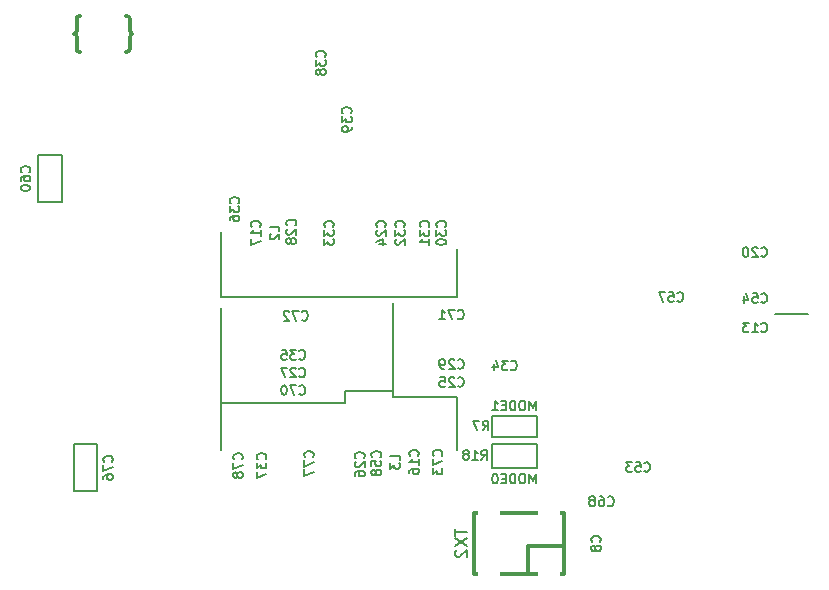
<source format=gbo>
G04 (created by PCBNEW-RS274X (2012-01-19 BZR 3256)-stable) date 2012/07/23 17:39:25*
G01*
G70*
G90*
%MOIN*%
G04 Gerber Fmt 3.4, Leading zero omitted, Abs format*
%FSLAX34Y34*%
G04 APERTURE LIST*
%ADD10C,0.006000*%
%ADD11C,0.007900*%
%ADD12C,0.006300*%
%ADD13C,0.007100*%
%ADD14C,0.011800*%
%ADD15C,0.150800*%
%ADD16C,0.099200*%
%ADD17R,0.124800X0.124800*%
%ADD18R,0.213300X0.252800*%
%ADD19C,0.237000*%
%ADD20R,0.060800X0.060800*%
%ADD21C,0.060800*%
%ADD22C,0.075600*%
%ADD23C,0.044100*%
%ADD24R,0.071700X0.090800*%
%ADD25R,0.032300X0.040200*%
%ADD26R,0.040200X0.032300*%
G04 APERTURE END LIST*
G54D10*
G54D11*
X28898Y-10236D02*
X30000Y-10236D01*
X20945Y-14331D02*
X19449Y-14331D01*
X20945Y-13622D02*
X20945Y-14331D01*
X19449Y-13622D02*
X20945Y-13622D01*
X19449Y-14331D02*
X19449Y-13622D01*
X19449Y-15354D02*
X19528Y-15354D01*
X19449Y-14567D02*
X19449Y-15354D01*
X19528Y-14567D02*
X19449Y-14567D01*
X20945Y-14567D02*
X19528Y-14567D01*
X20945Y-15354D02*
X20945Y-14567D01*
X19528Y-15354D02*
X20945Y-15354D01*
X04331Y-06496D02*
X04331Y-04921D01*
X05118Y-06496D02*
X04331Y-06496D01*
X05118Y-04921D02*
X05118Y-06496D01*
X04331Y-04921D02*
X05118Y-04921D01*
X06299Y-14567D02*
X06299Y-16142D01*
X05512Y-14567D02*
X06299Y-14567D01*
X05512Y-16142D02*
X05512Y-14567D01*
X06299Y-16142D02*
X05512Y-16142D01*
X18307Y-12992D02*
X18307Y-13386D01*
X17717Y-12992D02*
X18307Y-12992D01*
X14567Y-12795D02*
X16142Y-12795D01*
X14567Y-13189D02*
X14567Y-12795D01*
X12205Y-13189D02*
X14567Y-13189D01*
X18307Y-13386D02*
X18307Y-14764D01*
X10433Y-13189D02*
X10433Y-14764D01*
X16142Y-12992D02*
X17717Y-12992D01*
X16142Y-09843D02*
X16142Y-12992D01*
X10433Y-13189D02*
X12205Y-13189D01*
X10433Y-10039D02*
X10433Y-13189D01*
X18307Y-09646D02*
X18307Y-08071D01*
X10433Y-09646D02*
X18307Y-09646D01*
X10433Y-07480D02*
X10433Y-09646D01*
G54D12*
X20917Y-15875D02*
X20917Y-15560D01*
X20812Y-15785D01*
X20707Y-15560D01*
X20707Y-15875D01*
X20497Y-15560D02*
X20437Y-15560D01*
X20407Y-15575D01*
X20377Y-15605D01*
X20362Y-15665D01*
X20362Y-15770D01*
X20377Y-15830D01*
X20407Y-15860D01*
X20437Y-15875D01*
X20497Y-15875D01*
X20527Y-15860D01*
X20557Y-15830D01*
X20572Y-15770D01*
X20572Y-15665D01*
X20557Y-15605D01*
X20527Y-15575D01*
X20497Y-15560D01*
X20227Y-15875D02*
X20227Y-15560D01*
X20152Y-15560D01*
X20107Y-15575D01*
X20077Y-15605D01*
X20062Y-15635D01*
X20047Y-15695D01*
X20047Y-15740D01*
X20062Y-15800D01*
X20077Y-15830D01*
X20107Y-15860D01*
X20152Y-15875D01*
X20227Y-15875D01*
X19912Y-15710D02*
X19807Y-15710D01*
X19762Y-15875D02*
X19912Y-15875D01*
X19912Y-15560D01*
X19762Y-15560D01*
X19567Y-15560D02*
X19537Y-15560D01*
X19507Y-15575D01*
X19492Y-15590D01*
X19477Y-15620D01*
X19462Y-15680D01*
X19462Y-15755D01*
X19477Y-15815D01*
X19492Y-15845D01*
X19507Y-15860D01*
X19537Y-15875D01*
X19567Y-15875D01*
X19597Y-15860D01*
X19612Y-15845D01*
X19627Y-15815D01*
X19642Y-15755D01*
X19642Y-15680D01*
X19627Y-15620D01*
X19612Y-15590D01*
X19597Y-15575D01*
X19567Y-15560D01*
G54D13*
X20917Y-13434D02*
X20917Y-13119D01*
X20812Y-13344D01*
X20707Y-13119D01*
X20707Y-13434D01*
X20497Y-13119D02*
X20437Y-13119D01*
X20407Y-13134D01*
X20377Y-13164D01*
X20362Y-13224D01*
X20362Y-13329D01*
X20377Y-13389D01*
X20407Y-13419D01*
X20437Y-13434D01*
X20497Y-13434D01*
X20527Y-13419D01*
X20557Y-13389D01*
X20572Y-13329D01*
X20572Y-13224D01*
X20557Y-13164D01*
X20527Y-13134D01*
X20497Y-13119D01*
X20227Y-13434D02*
X20227Y-13119D01*
X20152Y-13119D01*
X20107Y-13134D01*
X20077Y-13164D01*
X20062Y-13194D01*
X20047Y-13254D01*
X20047Y-13299D01*
X20062Y-13359D01*
X20077Y-13389D01*
X20107Y-13419D01*
X20152Y-13434D01*
X20227Y-13434D01*
X19912Y-13269D02*
X19807Y-13269D01*
X19762Y-13434D02*
X19912Y-13434D01*
X19912Y-13119D01*
X19762Y-13119D01*
X19462Y-13434D02*
X19642Y-13434D01*
X19552Y-13434D02*
X19552Y-13119D01*
X19582Y-13164D01*
X19612Y-13194D01*
X19642Y-13209D01*
G54D14*
X07267Y-01484D02*
X07295Y-01484D01*
X07352Y-01446D01*
X07381Y-01371D01*
X07381Y-00997D01*
X07410Y-00922D01*
X07467Y-00884D01*
X07410Y-00847D01*
X07381Y-00772D01*
X07381Y-00397D01*
X07352Y-00322D01*
X07295Y-00285D01*
X07267Y-00285D01*
X05724Y-01484D02*
X05696Y-01484D01*
X05639Y-01446D01*
X05610Y-01371D01*
X05610Y-00997D01*
X05581Y-00922D01*
X05524Y-00884D01*
X05581Y-00847D01*
X05610Y-00772D01*
X05610Y-00397D01*
X05639Y-00322D01*
X05696Y-00285D01*
X05724Y-00285D01*
X21854Y-17974D02*
X20654Y-17974D01*
X20654Y-17974D02*
X20654Y-18874D01*
X21850Y-18898D02*
X18858Y-18898D01*
X21850Y-16850D02*
X18858Y-16850D01*
X18858Y-16850D02*
X18858Y-18898D01*
X21850Y-16850D02*
X21850Y-18898D01*
G54D11*
X18230Y-17387D02*
X18230Y-17612D01*
X18624Y-17499D02*
X18230Y-17499D01*
X18230Y-17705D02*
X18624Y-17968D01*
X18230Y-17968D02*
X18624Y-17705D01*
X18268Y-18099D02*
X18249Y-18118D01*
X18230Y-18155D01*
X18230Y-18249D01*
X18249Y-18287D01*
X18268Y-18305D01*
X18306Y-18324D01*
X18343Y-18324D01*
X18399Y-18305D01*
X18624Y-18080D01*
X18624Y-18324D01*
G54D12*
X23051Y-17821D02*
X23066Y-17806D01*
X23082Y-17760D01*
X23082Y-17730D01*
X23066Y-17685D01*
X23036Y-17654D01*
X23006Y-17639D01*
X22945Y-17624D01*
X22899Y-17624D01*
X22839Y-17639D01*
X22808Y-17654D01*
X22778Y-17685D01*
X22763Y-17730D01*
X22763Y-17760D01*
X22778Y-17806D01*
X22793Y-17821D01*
X22899Y-18004D02*
X22884Y-17973D01*
X22869Y-17958D01*
X22839Y-17943D01*
X22823Y-17943D01*
X22793Y-17958D01*
X22778Y-17973D01*
X22763Y-18004D01*
X22763Y-18064D01*
X22778Y-18095D01*
X22793Y-18110D01*
X22823Y-18125D01*
X22839Y-18125D01*
X22869Y-18110D01*
X22884Y-18095D01*
X22899Y-18064D01*
X22899Y-18004D01*
X22915Y-17973D01*
X22930Y-17958D01*
X22960Y-17943D01*
X23021Y-17943D01*
X23051Y-17958D01*
X23066Y-17973D01*
X23082Y-18004D01*
X23082Y-18064D01*
X23066Y-18095D01*
X23051Y-18110D01*
X23021Y-18125D01*
X22960Y-18125D01*
X22930Y-18110D01*
X22915Y-18095D01*
X22899Y-18064D01*
X11122Y-15071D02*
X11137Y-15056D01*
X11153Y-15010D01*
X11153Y-14980D01*
X11137Y-14935D01*
X11107Y-14904D01*
X11077Y-14889D01*
X11016Y-14874D01*
X10970Y-14874D01*
X10910Y-14889D01*
X10879Y-14904D01*
X10849Y-14935D01*
X10834Y-14980D01*
X10834Y-15010D01*
X10849Y-15056D01*
X10864Y-15071D01*
X10834Y-15178D02*
X10834Y-15390D01*
X11153Y-15254D01*
X10970Y-15558D02*
X10955Y-15527D01*
X10940Y-15512D01*
X10910Y-15497D01*
X10894Y-15497D01*
X10864Y-15512D01*
X10849Y-15527D01*
X10834Y-15558D01*
X10834Y-15618D01*
X10849Y-15649D01*
X10864Y-15664D01*
X10894Y-15679D01*
X10910Y-15679D01*
X10940Y-15664D01*
X10955Y-15649D01*
X10970Y-15618D01*
X10970Y-15558D01*
X10986Y-15527D01*
X11001Y-15512D01*
X11031Y-15497D01*
X11092Y-15497D01*
X11122Y-15512D01*
X11137Y-15527D01*
X11153Y-15558D01*
X11153Y-15618D01*
X11137Y-15649D01*
X11122Y-15664D01*
X11092Y-15679D01*
X11031Y-15679D01*
X11001Y-15664D01*
X10986Y-15649D01*
X10970Y-15618D01*
X13484Y-14992D02*
X13499Y-14977D01*
X13515Y-14931D01*
X13515Y-14901D01*
X13499Y-14856D01*
X13469Y-14825D01*
X13439Y-14810D01*
X13378Y-14795D01*
X13332Y-14795D01*
X13272Y-14810D01*
X13241Y-14825D01*
X13211Y-14856D01*
X13196Y-14901D01*
X13196Y-14931D01*
X13211Y-14977D01*
X13226Y-14992D01*
X13196Y-15099D02*
X13196Y-15311D01*
X13515Y-15175D01*
X13196Y-15403D02*
X13196Y-15615D01*
X13515Y-15479D01*
X06791Y-15149D02*
X06806Y-15134D01*
X06822Y-15088D01*
X06822Y-15058D01*
X06806Y-15013D01*
X06776Y-14982D01*
X06746Y-14967D01*
X06685Y-14952D01*
X06639Y-14952D01*
X06579Y-14967D01*
X06548Y-14982D01*
X06518Y-15013D01*
X06503Y-15058D01*
X06503Y-15088D01*
X06518Y-15134D01*
X06533Y-15149D01*
X06503Y-15256D02*
X06503Y-15468D01*
X06822Y-15332D01*
X06503Y-15727D02*
X06503Y-15666D01*
X06518Y-15636D01*
X06533Y-15620D01*
X06579Y-15590D01*
X06639Y-15575D01*
X06761Y-15575D01*
X06791Y-15590D01*
X06806Y-15605D01*
X06822Y-15636D01*
X06822Y-15696D01*
X06806Y-15727D01*
X06791Y-15742D01*
X06761Y-15757D01*
X06685Y-15757D01*
X06655Y-15742D01*
X06639Y-15727D01*
X06624Y-15696D01*
X06624Y-15636D01*
X06639Y-15605D01*
X06655Y-15590D01*
X06685Y-15575D01*
X17775Y-14952D02*
X17790Y-14937D01*
X17806Y-14891D01*
X17806Y-14861D01*
X17790Y-14816D01*
X17760Y-14785D01*
X17730Y-14770D01*
X17669Y-14755D01*
X17623Y-14755D01*
X17563Y-14770D01*
X17532Y-14785D01*
X17502Y-14816D01*
X17487Y-14861D01*
X17487Y-14891D01*
X17502Y-14937D01*
X17517Y-14952D01*
X17487Y-15059D02*
X17487Y-15271D01*
X17806Y-15135D01*
X17487Y-15363D02*
X17487Y-15560D01*
X17608Y-15454D01*
X17608Y-15499D01*
X17623Y-15530D01*
X17639Y-15545D01*
X17669Y-15560D01*
X17745Y-15560D01*
X17775Y-15545D01*
X17790Y-15530D01*
X17806Y-15499D01*
X17806Y-15408D01*
X17790Y-15378D01*
X17775Y-15363D01*
X13118Y-10413D02*
X13133Y-10428D01*
X13179Y-10444D01*
X13209Y-10444D01*
X13254Y-10428D01*
X13285Y-10398D01*
X13300Y-10368D01*
X13315Y-10307D01*
X13315Y-10261D01*
X13300Y-10201D01*
X13285Y-10170D01*
X13254Y-10140D01*
X13209Y-10125D01*
X13179Y-10125D01*
X13133Y-10140D01*
X13118Y-10155D01*
X13011Y-10125D02*
X12799Y-10125D01*
X12935Y-10444D01*
X12692Y-10155D02*
X12677Y-10140D01*
X12647Y-10125D01*
X12571Y-10125D01*
X12540Y-10140D01*
X12525Y-10155D01*
X12510Y-10185D01*
X12510Y-10216D01*
X12525Y-10261D01*
X12707Y-10444D01*
X12510Y-10444D01*
X18315Y-10374D02*
X18330Y-10389D01*
X18376Y-10405D01*
X18406Y-10405D01*
X18451Y-10389D01*
X18482Y-10359D01*
X18497Y-10329D01*
X18512Y-10268D01*
X18512Y-10222D01*
X18497Y-10162D01*
X18482Y-10131D01*
X18451Y-10101D01*
X18406Y-10086D01*
X18376Y-10086D01*
X18330Y-10101D01*
X18315Y-10116D01*
X18208Y-10086D02*
X17996Y-10086D01*
X18132Y-10405D01*
X17707Y-10405D02*
X17889Y-10405D01*
X17798Y-10405D02*
X17798Y-10086D01*
X17828Y-10131D01*
X17859Y-10162D01*
X17889Y-10177D01*
X13040Y-12893D02*
X13055Y-12908D01*
X13101Y-12924D01*
X13131Y-12924D01*
X13176Y-12908D01*
X13207Y-12878D01*
X13222Y-12848D01*
X13237Y-12787D01*
X13237Y-12741D01*
X13222Y-12681D01*
X13207Y-12650D01*
X13176Y-12620D01*
X13131Y-12605D01*
X13101Y-12605D01*
X13055Y-12620D01*
X13040Y-12635D01*
X12933Y-12605D02*
X12721Y-12605D01*
X12857Y-12924D01*
X12538Y-12605D02*
X12508Y-12605D01*
X12478Y-12620D01*
X12462Y-12635D01*
X12447Y-12665D01*
X12432Y-12726D01*
X12432Y-12802D01*
X12447Y-12863D01*
X12462Y-12893D01*
X12478Y-12908D01*
X12508Y-12924D01*
X12538Y-12924D01*
X12569Y-12908D01*
X12584Y-12893D01*
X12599Y-12863D01*
X12614Y-12802D01*
X12614Y-12726D01*
X12599Y-12665D01*
X12584Y-12635D01*
X12569Y-12620D01*
X12538Y-12605D01*
X23315Y-16594D02*
X23330Y-16609D01*
X23376Y-16625D01*
X23406Y-16625D01*
X23451Y-16609D01*
X23482Y-16579D01*
X23497Y-16549D01*
X23512Y-16488D01*
X23512Y-16442D01*
X23497Y-16382D01*
X23482Y-16351D01*
X23451Y-16321D01*
X23406Y-16306D01*
X23376Y-16306D01*
X23330Y-16321D01*
X23315Y-16336D01*
X23041Y-16306D02*
X23102Y-16306D01*
X23132Y-16321D01*
X23148Y-16336D01*
X23178Y-16382D01*
X23193Y-16442D01*
X23193Y-16564D01*
X23178Y-16594D01*
X23163Y-16609D01*
X23132Y-16625D01*
X23072Y-16625D01*
X23041Y-16609D01*
X23026Y-16594D01*
X23011Y-16564D01*
X23011Y-16488D01*
X23026Y-16458D01*
X23041Y-16442D01*
X23072Y-16427D01*
X23132Y-16427D01*
X23163Y-16442D01*
X23178Y-16458D01*
X23193Y-16488D01*
X22828Y-16442D02*
X22859Y-16427D01*
X22874Y-16412D01*
X22889Y-16382D01*
X22889Y-16366D01*
X22874Y-16336D01*
X22859Y-16321D01*
X22828Y-16306D01*
X22768Y-16306D01*
X22737Y-16321D01*
X22722Y-16336D01*
X22707Y-16366D01*
X22707Y-16382D01*
X22722Y-16412D01*
X22737Y-16427D01*
X22768Y-16442D01*
X22828Y-16442D01*
X22859Y-16458D01*
X22874Y-16473D01*
X22889Y-16503D01*
X22889Y-16564D01*
X22874Y-16594D01*
X22859Y-16609D01*
X22828Y-16625D01*
X22768Y-16625D01*
X22737Y-16609D01*
X22722Y-16594D01*
X22707Y-16564D01*
X22707Y-16503D01*
X22722Y-16473D01*
X22737Y-16458D01*
X22768Y-16442D01*
X04035Y-05504D02*
X04050Y-05489D01*
X04066Y-05443D01*
X04066Y-05413D01*
X04050Y-05368D01*
X04020Y-05337D01*
X03990Y-05322D01*
X03929Y-05307D01*
X03883Y-05307D01*
X03823Y-05322D01*
X03792Y-05337D01*
X03762Y-05368D01*
X03747Y-05413D01*
X03747Y-05443D01*
X03762Y-05489D01*
X03777Y-05504D01*
X03747Y-05778D02*
X03747Y-05717D01*
X03762Y-05687D01*
X03777Y-05671D01*
X03823Y-05641D01*
X03883Y-05626D01*
X04005Y-05626D01*
X04035Y-05641D01*
X04050Y-05656D01*
X04066Y-05687D01*
X04066Y-05747D01*
X04050Y-05778D01*
X04035Y-05793D01*
X04005Y-05808D01*
X03929Y-05808D01*
X03899Y-05793D01*
X03883Y-05778D01*
X03868Y-05747D01*
X03868Y-05687D01*
X03883Y-05656D01*
X03899Y-05641D01*
X03929Y-05626D01*
X03747Y-06006D02*
X03747Y-06036D01*
X03762Y-06066D01*
X03777Y-06082D01*
X03807Y-06097D01*
X03868Y-06112D01*
X03944Y-06112D01*
X04005Y-06097D01*
X04035Y-06082D01*
X04050Y-06066D01*
X04066Y-06036D01*
X04066Y-06006D01*
X04050Y-05975D01*
X04035Y-05960D01*
X04005Y-05945D01*
X03944Y-05930D01*
X03868Y-05930D01*
X03807Y-05945D01*
X03777Y-05960D01*
X03762Y-05975D01*
X03747Y-06006D01*
X15728Y-14992D02*
X15743Y-14977D01*
X15759Y-14931D01*
X15759Y-14901D01*
X15743Y-14856D01*
X15713Y-14825D01*
X15683Y-14810D01*
X15622Y-14795D01*
X15576Y-14795D01*
X15516Y-14810D01*
X15485Y-14825D01*
X15455Y-14856D01*
X15440Y-14901D01*
X15440Y-14931D01*
X15455Y-14977D01*
X15470Y-14992D01*
X15440Y-15281D02*
X15440Y-15129D01*
X15592Y-15114D01*
X15576Y-15129D01*
X15561Y-15159D01*
X15561Y-15235D01*
X15576Y-15266D01*
X15592Y-15281D01*
X15622Y-15296D01*
X15698Y-15296D01*
X15728Y-15281D01*
X15743Y-15266D01*
X15759Y-15235D01*
X15759Y-15159D01*
X15743Y-15129D01*
X15728Y-15114D01*
X15576Y-15479D02*
X15561Y-15448D01*
X15546Y-15433D01*
X15516Y-15418D01*
X15500Y-15418D01*
X15470Y-15433D01*
X15455Y-15448D01*
X15440Y-15479D01*
X15440Y-15539D01*
X15455Y-15570D01*
X15470Y-15585D01*
X15500Y-15600D01*
X15516Y-15600D01*
X15546Y-15585D01*
X15561Y-15570D01*
X15576Y-15539D01*
X15576Y-15479D01*
X15592Y-15448D01*
X15607Y-15433D01*
X15637Y-15418D01*
X15698Y-15418D01*
X15728Y-15433D01*
X15743Y-15448D01*
X15759Y-15479D01*
X15759Y-15539D01*
X15743Y-15570D01*
X15728Y-15585D01*
X15698Y-15600D01*
X15637Y-15600D01*
X15607Y-15585D01*
X15592Y-15570D01*
X15576Y-15539D01*
X25638Y-09783D02*
X25653Y-09798D01*
X25699Y-09814D01*
X25729Y-09814D01*
X25774Y-09798D01*
X25805Y-09768D01*
X25820Y-09738D01*
X25835Y-09677D01*
X25835Y-09631D01*
X25820Y-09571D01*
X25805Y-09540D01*
X25774Y-09510D01*
X25729Y-09495D01*
X25699Y-09495D01*
X25653Y-09510D01*
X25638Y-09525D01*
X25349Y-09495D02*
X25501Y-09495D01*
X25516Y-09647D01*
X25501Y-09631D01*
X25471Y-09616D01*
X25395Y-09616D01*
X25364Y-09631D01*
X25349Y-09647D01*
X25334Y-09677D01*
X25334Y-09753D01*
X25349Y-09783D01*
X25364Y-09798D01*
X25395Y-09814D01*
X25471Y-09814D01*
X25501Y-09798D01*
X25516Y-09783D01*
X25227Y-09495D02*
X25015Y-09495D01*
X25151Y-09814D01*
X28433Y-09822D02*
X28448Y-09837D01*
X28494Y-09853D01*
X28524Y-09853D01*
X28569Y-09837D01*
X28600Y-09807D01*
X28615Y-09777D01*
X28630Y-09716D01*
X28630Y-09670D01*
X28615Y-09610D01*
X28600Y-09579D01*
X28569Y-09549D01*
X28524Y-09534D01*
X28494Y-09534D01*
X28448Y-09549D01*
X28433Y-09564D01*
X28144Y-09534D02*
X28296Y-09534D01*
X28311Y-09686D01*
X28296Y-09670D01*
X28266Y-09655D01*
X28190Y-09655D01*
X28159Y-09670D01*
X28144Y-09686D01*
X28129Y-09716D01*
X28129Y-09792D01*
X28144Y-09822D01*
X28159Y-09837D01*
X28190Y-09853D01*
X28266Y-09853D01*
X28296Y-09837D01*
X28311Y-09822D01*
X27855Y-09640D02*
X27855Y-09853D01*
X27931Y-09518D02*
X28007Y-09746D01*
X27810Y-09746D01*
X24536Y-15452D02*
X24551Y-15467D01*
X24597Y-15483D01*
X24627Y-15483D01*
X24672Y-15467D01*
X24703Y-15437D01*
X24718Y-15407D01*
X24733Y-15346D01*
X24733Y-15300D01*
X24718Y-15240D01*
X24703Y-15209D01*
X24672Y-15179D01*
X24627Y-15164D01*
X24597Y-15164D01*
X24551Y-15179D01*
X24536Y-15194D01*
X24247Y-15164D02*
X24399Y-15164D01*
X24414Y-15316D01*
X24399Y-15300D01*
X24369Y-15285D01*
X24293Y-15285D01*
X24262Y-15300D01*
X24247Y-15316D01*
X24232Y-15346D01*
X24232Y-15422D01*
X24247Y-15452D01*
X24262Y-15467D01*
X24293Y-15483D01*
X24369Y-15483D01*
X24399Y-15467D01*
X24414Y-15452D01*
X24125Y-15164D02*
X23928Y-15164D01*
X24034Y-15285D01*
X23989Y-15285D01*
X23958Y-15300D01*
X23943Y-15316D01*
X23928Y-15346D01*
X23928Y-15422D01*
X23943Y-15452D01*
X23958Y-15467D01*
X23989Y-15483D01*
X24080Y-15483D01*
X24110Y-15467D01*
X24125Y-15452D01*
X14744Y-03535D02*
X14759Y-03520D01*
X14775Y-03474D01*
X14775Y-03444D01*
X14759Y-03399D01*
X14729Y-03368D01*
X14699Y-03353D01*
X14638Y-03338D01*
X14592Y-03338D01*
X14532Y-03353D01*
X14501Y-03368D01*
X14471Y-03399D01*
X14456Y-03444D01*
X14456Y-03474D01*
X14471Y-03520D01*
X14486Y-03535D01*
X14456Y-03642D02*
X14456Y-03839D01*
X14577Y-03733D01*
X14577Y-03778D01*
X14592Y-03809D01*
X14608Y-03824D01*
X14638Y-03839D01*
X14714Y-03839D01*
X14744Y-03824D01*
X14759Y-03809D01*
X14775Y-03778D01*
X14775Y-03687D01*
X14759Y-03657D01*
X14744Y-03642D01*
X14775Y-03991D02*
X14775Y-04052D01*
X14759Y-04082D01*
X14744Y-04097D01*
X14699Y-04128D01*
X14638Y-04143D01*
X14516Y-04143D01*
X14486Y-04128D01*
X14471Y-04113D01*
X14456Y-04082D01*
X14456Y-04022D01*
X14471Y-03991D01*
X14486Y-03976D01*
X14516Y-03961D01*
X14592Y-03961D01*
X14623Y-03976D01*
X14638Y-03991D01*
X14653Y-04022D01*
X14653Y-04082D01*
X14638Y-04113D01*
X14623Y-04128D01*
X14592Y-04143D01*
X13878Y-01645D02*
X13893Y-01630D01*
X13909Y-01584D01*
X13909Y-01554D01*
X13893Y-01509D01*
X13863Y-01478D01*
X13833Y-01463D01*
X13772Y-01448D01*
X13726Y-01448D01*
X13666Y-01463D01*
X13635Y-01478D01*
X13605Y-01509D01*
X13590Y-01554D01*
X13590Y-01584D01*
X13605Y-01630D01*
X13620Y-01645D01*
X13590Y-01752D02*
X13590Y-01949D01*
X13711Y-01843D01*
X13711Y-01888D01*
X13726Y-01919D01*
X13742Y-01934D01*
X13772Y-01949D01*
X13848Y-01949D01*
X13878Y-01934D01*
X13893Y-01919D01*
X13909Y-01888D01*
X13909Y-01797D01*
X13893Y-01767D01*
X13878Y-01752D01*
X13726Y-02132D02*
X13711Y-02101D01*
X13696Y-02086D01*
X13666Y-02071D01*
X13650Y-02071D01*
X13620Y-02086D01*
X13605Y-02101D01*
X13590Y-02132D01*
X13590Y-02192D01*
X13605Y-02223D01*
X13620Y-02238D01*
X13650Y-02253D01*
X13666Y-02253D01*
X13696Y-02238D01*
X13711Y-02223D01*
X13726Y-02192D01*
X13726Y-02132D01*
X13742Y-02101D01*
X13757Y-02086D01*
X13787Y-02071D01*
X13848Y-02071D01*
X13878Y-02086D01*
X13893Y-02101D01*
X13909Y-02132D01*
X13909Y-02192D01*
X13893Y-02223D01*
X13878Y-02238D01*
X13848Y-02253D01*
X13787Y-02253D01*
X13757Y-02238D01*
X13742Y-02223D01*
X13726Y-02192D01*
X11909Y-15071D02*
X11924Y-15056D01*
X11940Y-15010D01*
X11940Y-14980D01*
X11924Y-14935D01*
X11894Y-14904D01*
X11864Y-14889D01*
X11803Y-14874D01*
X11757Y-14874D01*
X11697Y-14889D01*
X11666Y-14904D01*
X11636Y-14935D01*
X11621Y-14980D01*
X11621Y-15010D01*
X11636Y-15056D01*
X11651Y-15071D01*
X11621Y-15178D02*
X11621Y-15375D01*
X11742Y-15269D01*
X11742Y-15314D01*
X11757Y-15345D01*
X11773Y-15360D01*
X11803Y-15375D01*
X11879Y-15375D01*
X11909Y-15360D01*
X11924Y-15345D01*
X11940Y-15314D01*
X11940Y-15223D01*
X11924Y-15193D01*
X11909Y-15178D01*
X11621Y-15482D02*
X11621Y-15694D01*
X11940Y-15558D01*
X11004Y-06527D02*
X11019Y-06512D01*
X11035Y-06466D01*
X11035Y-06436D01*
X11019Y-06391D01*
X10989Y-06360D01*
X10959Y-06345D01*
X10898Y-06330D01*
X10852Y-06330D01*
X10792Y-06345D01*
X10761Y-06360D01*
X10731Y-06391D01*
X10716Y-06436D01*
X10716Y-06466D01*
X10731Y-06512D01*
X10746Y-06527D01*
X10716Y-06634D02*
X10716Y-06831D01*
X10837Y-06725D01*
X10837Y-06770D01*
X10852Y-06801D01*
X10868Y-06816D01*
X10898Y-06831D01*
X10974Y-06831D01*
X11004Y-06816D01*
X11019Y-06801D01*
X11035Y-06770D01*
X11035Y-06679D01*
X11019Y-06649D01*
X11004Y-06634D01*
X10716Y-07105D02*
X10716Y-07044D01*
X10731Y-07014D01*
X10746Y-06998D01*
X10792Y-06968D01*
X10852Y-06953D01*
X10974Y-06953D01*
X11004Y-06968D01*
X11019Y-06983D01*
X11035Y-07014D01*
X11035Y-07074D01*
X11019Y-07105D01*
X11004Y-07120D01*
X10974Y-07135D01*
X10898Y-07135D01*
X10868Y-07120D01*
X10852Y-07105D01*
X10837Y-07074D01*
X10837Y-07014D01*
X10852Y-06983D01*
X10868Y-06968D01*
X10898Y-06953D01*
X13040Y-11712D02*
X13055Y-11727D01*
X13101Y-11743D01*
X13131Y-11743D01*
X13176Y-11727D01*
X13207Y-11697D01*
X13222Y-11667D01*
X13237Y-11606D01*
X13237Y-11560D01*
X13222Y-11500D01*
X13207Y-11469D01*
X13176Y-11439D01*
X13131Y-11424D01*
X13101Y-11424D01*
X13055Y-11439D01*
X13040Y-11454D01*
X12933Y-11424D02*
X12736Y-11424D01*
X12842Y-11545D01*
X12797Y-11545D01*
X12766Y-11560D01*
X12751Y-11576D01*
X12736Y-11606D01*
X12736Y-11682D01*
X12751Y-11712D01*
X12766Y-11727D01*
X12797Y-11743D01*
X12888Y-11743D01*
X12918Y-11727D01*
X12933Y-11712D01*
X12447Y-11424D02*
X12599Y-11424D01*
X12614Y-11576D01*
X12599Y-11560D01*
X12569Y-11545D01*
X12493Y-11545D01*
X12462Y-11560D01*
X12447Y-11576D01*
X12432Y-11606D01*
X12432Y-11682D01*
X12447Y-11712D01*
X12462Y-11727D01*
X12493Y-11743D01*
X12569Y-11743D01*
X12599Y-11727D01*
X12614Y-11712D01*
X20087Y-12066D02*
X20102Y-12081D01*
X20148Y-12097D01*
X20178Y-12097D01*
X20223Y-12081D01*
X20254Y-12051D01*
X20269Y-12021D01*
X20284Y-11960D01*
X20284Y-11914D01*
X20269Y-11854D01*
X20254Y-11823D01*
X20223Y-11793D01*
X20178Y-11778D01*
X20148Y-11778D01*
X20102Y-11793D01*
X20087Y-11808D01*
X19980Y-11778D02*
X19783Y-11778D01*
X19889Y-11899D01*
X19844Y-11899D01*
X19813Y-11914D01*
X19798Y-11930D01*
X19783Y-11960D01*
X19783Y-12036D01*
X19798Y-12066D01*
X19813Y-12081D01*
X19844Y-12097D01*
X19935Y-12097D01*
X19965Y-12081D01*
X19980Y-12066D01*
X19509Y-11884D02*
X19509Y-12097D01*
X19585Y-11762D02*
X19661Y-11990D01*
X19464Y-11990D01*
X14153Y-07315D02*
X14168Y-07300D01*
X14184Y-07254D01*
X14184Y-07224D01*
X14168Y-07179D01*
X14138Y-07148D01*
X14108Y-07133D01*
X14047Y-07118D01*
X14001Y-07118D01*
X13941Y-07133D01*
X13910Y-07148D01*
X13880Y-07179D01*
X13865Y-07224D01*
X13865Y-07254D01*
X13880Y-07300D01*
X13895Y-07315D01*
X13865Y-07422D02*
X13865Y-07619D01*
X13986Y-07513D01*
X13986Y-07558D01*
X14001Y-07589D01*
X14017Y-07604D01*
X14047Y-07619D01*
X14123Y-07619D01*
X14153Y-07604D01*
X14168Y-07589D01*
X14184Y-07558D01*
X14184Y-07467D01*
X14168Y-07437D01*
X14153Y-07422D01*
X13865Y-07726D02*
X13865Y-07923D01*
X13986Y-07817D01*
X13986Y-07862D01*
X14001Y-07893D01*
X14017Y-07908D01*
X14047Y-07923D01*
X14123Y-07923D01*
X14153Y-07908D01*
X14168Y-07893D01*
X14184Y-07862D01*
X14184Y-07771D01*
X14168Y-07741D01*
X14153Y-07726D01*
X16515Y-07315D02*
X16530Y-07300D01*
X16546Y-07254D01*
X16546Y-07224D01*
X16530Y-07179D01*
X16500Y-07148D01*
X16470Y-07133D01*
X16409Y-07118D01*
X16363Y-07118D01*
X16303Y-07133D01*
X16272Y-07148D01*
X16242Y-07179D01*
X16227Y-07224D01*
X16227Y-07254D01*
X16242Y-07300D01*
X16257Y-07315D01*
X16227Y-07422D02*
X16227Y-07619D01*
X16348Y-07513D01*
X16348Y-07558D01*
X16363Y-07589D01*
X16379Y-07604D01*
X16409Y-07619D01*
X16485Y-07619D01*
X16515Y-07604D01*
X16530Y-07589D01*
X16546Y-07558D01*
X16546Y-07467D01*
X16530Y-07437D01*
X16515Y-07422D01*
X16257Y-07741D02*
X16242Y-07756D01*
X16227Y-07786D01*
X16227Y-07862D01*
X16242Y-07893D01*
X16257Y-07908D01*
X16287Y-07923D01*
X16318Y-07923D01*
X16363Y-07908D01*
X16546Y-07726D01*
X16546Y-07923D01*
X17342Y-07315D02*
X17357Y-07300D01*
X17373Y-07254D01*
X17373Y-07224D01*
X17357Y-07179D01*
X17327Y-07148D01*
X17297Y-07133D01*
X17236Y-07118D01*
X17190Y-07118D01*
X17130Y-07133D01*
X17099Y-07148D01*
X17069Y-07179D01*
X17054Y-07224D01*
X17054Y-07254D01*
X17069Y-07300D01*
X17084Y-07315D01*
X17054Y-07422D02*
X17054Y-07619D01*
X17175Y-07513D01*
X17175Y-07558D01*
X17190Y-07589D01*
X17206Y-07604D01*
X17236Y-07619D01*
X17312Y-07619D01*
X17342Y-07604D01*
X17357Y-07589D01*
X17373Y-07558D01*
X17373Y-07467D01*
X17357Y-07437D01*
X17342Y-07422D01*
X17373Y-07923D02*
X17373Y-07741D01*
X17373Y-07832D02*
X17054Y-07832D01*
X17099Y-07802D01*
X17130Y-07771D01*
X17145Y-07741D01*
X17893Y-07315D02*
X17908Y-07300D01*
X17924Y-07254D01*
X17924Y-07224D01*
X17908Y-07179D01*
X17878Y-07148D01*
X17848Y-07133D01*
X17787Y-07118D01*
X17741Y-07118D01*
X17681Y-07133D01*
X17650Y-07148D01*
X17620Y-07179D01*
X17605Y-07224D01*
X17605Y-07254D01*
X17620Y-07300D01*
X17635Y-07315D01*
X17605Y-07422D02*
X17605Y-07619D01*
X17726Y-07513D01*
X17726Y-07558D01*
X17741Y-07589D01*
X17757Y-07604D01*
X17787Y-07619D01*
X17863Y-07619D01*
X17893Y-07604D01*
X17908Y-07589D01*
X17924Y-07558D01*
X17924Y-07467D01*
X17908Y-07437D01*
X17893Y-07422D01*
X17605Y-07817D02*
X17605Y-07847D01*
X17620Y-07877D01*
X17635Y-07893D01*
X17665Y-07908D01*
X17726Y-07923D01*
X17802Y-07923D01*
X17863Y-07908D01*
X17893Y-07893D01*
X17908Y-07877D01*
X17924Y-07847D01*
X17924Y-07817D01*
X17908Y-07786D01*
X17893Y-07771D01*
X17863Y-07756D01*
X17802Y-07741D01*
X17726Y-07741D01*
X17665Y-07756D01*
X17635Y-07771D01*
X17620Y-07786D01*
X17605Y-07817D01*
X18315Y-12027D02*
X18330Y-12042D01*
X18376Y-12058D01*
X18406Y-12058D01*
X18451Y-12042D01*
X18482Y-12012D01*
X18497Y-11982D01*
X18512Y-11921D01*
X18512Y-11875D01*
X18497Y-11815D01*
X18482Y-11784D01*
X18451Y-11754D01*
X18406Y-11739D01*
X18376Y-11739D01*
X18330Y-11754D01*
X18315Y-11769D01*
X18193Y-11769D02*
X18178Y-11754D01*
X18148Y-11739D01*
X18072Y-11739D01*
X18041Y-11754D01*
X18026Y-11769D01*
X18011Y-11799D01*
X18011Y-11830D01*
X18026Y-11875D01*
X18208Y-12058D01*
X18011Y-12058D01*
X17859Y-12058D02*
X17798Y-12058D01*
X17768Y-12042D01*
X17753Y-12027D01*
X17722Y-11982D01*
X17707Y-11921D01*
X17707Y-11799D01*
X17722Y-11769D01*
X17737Y-11754D01*
X17768Y-11739D01*
X17828Y-11739D01*
X17859Y-11754D01*
X17874Y-11769D01*
X17889Y-11799D01*
X17889Y-11875D01*
X17874Y-11906D01*
X17859Y-11921D01*
X17828Y-11936D01*
X17768Y-11936D01*
X17737Y-11921D01*
X17722Y-11906D01*
X17707Y-11875D01*
X12893Y-07275D02*
X12908Y-07260D01*
X12924Y-07214D01*
X12924Y-07184D01*
X12908Y-07139D01*
X12878Y-07108D01*
X12848Y-07093D01*
X12787Y-07078D01*
X12741Y-07078D01*
X12681Y-07093D01*
X12650Y-07108D01*
X12620Y-07139D01*
X12605Y-07184D01*
X12605Y-07214D01*
X12620Y-07260D01*
X12635Y-07275D01*
X12635Y-07397D02*
X12620Y-07412D01*
X12605Y-07442D01*
X12605Y-07518D01*
X12620Y-07549D01*
X12635Y-07564D01*
X12665Y-07579D01*
X12696Y-07579D01*
X12741Y-07564D01*
X12924Y-07382D01*
X12924Y-07579D01*
X12741Y-07762D02*
X12726Y-07731D01*
X12711Y-07716D01*
X12681Y-07701D01*
X12665Y-07701D01*
X12635Y-07716D01*
X12620Y-07731D01*
X12605Y-07762D01*
X12605Y-07822D01*
X12620Y-07853D01*
X12635Y-07868D01*
X12665Y-07883D01*
X12681Y-07883D01*
X12711Y-07868D01*
X12726Y-07853D01*
X12741Y-07822D01*
X12741Y-07762D01*
X12757Y-07731D01*
X12772Y-07716D01*
X12802Y-07701D01*
X12863Y-07701D01*
X12893Y-07716D01*
X12908Y-07731D01*
X12924Y-07762D01*
X12924Y-07822D01*
X12908Y-07853D01*
X12893Y-07868D01*
X12863Y-07883D01*
X12802Y-07883D01*
X12772Y-07868D01*
X12757Y-07853D01*
X12741Y-07822D01*
X13040Y-12303D02*
X13055Y-12318D01*
X13101Y-12334D01*
X13131Y-12334D01*
X13176Y-12318D01*
X13207Y-12288D01*
X13222Y-12258D01*
X13237Y-12197D01*
X13237Y-12151D01*
X13222Y-12091D01*
X13207Y-12060D01*
X13176Y-12030D01*
X13131Y-12015D01*
X13101Y-12015D01*
X13055Y-12030D01*
X13040Y-12045D01*
X12918Y-12045D02*
X12903Y-12030D01*
X12873Y-12015D01*
X12797Y-12015D01*
X12766Y-12030D01*
X12751Y-12045D01*
X12736Y-12075D01*
X12736Y-12106D01*
X12751Y-12151D01*
X12933Y-12334D01*
X12736Y-12334D01*
X12629Y-12015D02*
X12417Y-12015D01*
X12553Y-12334D01*
X15177Y-15031D02*
X15192Y-15016D01*
X15208Y-14970D01*
X15208Y-14940D01*
X15192Y-14895D01*
X15162Y-14864D01*
X15132Y-14849D01*
X15071Y-14834D01*
X15025Y-14834D01*
X14965Y-14849D01*
X14934Y-14864D01*
X14904Y-14895D01*
X14889Y-14940D01*
X14889Y-14970D01*
X14904Y-15016D01*
X14919Y-15031D01*
X14919Y-15153D02*
X14904Y-15168D01*
X14889Y-15198D01*
X14889Y-15274D01*
X14904Y-15305D01*
X14919Y-15320D01*
X14949Y-15335D01*
X14980Y-15335D01*
X15025Y-15320D01*
X15208Y-15138D01*
X15208Y-15335D01*
X14889Y-15609D02*
X14889Y-15548D01*
X14904Y-15518D01*
X14919Y-15502D01*
X14965Y-15472D01*
X15025Y-15457D01*
X15147Y-15457D01*
X15177Y-15472D01*
X15192Y-15487D01*
X15208Y-15518D01*
X15208Y-15578D01*
X15192Y-15609D01*
X15177Y-15624D01*
X15147Y-15639D01*
X15071Y-15639D01*
X15041Y-15624D01*
X15025Y-15609D01*
X15010Y-15578D01*
X15010Y-15518D01*
X15025Y-15487D01*
X15041Y-15472D01*
X15071Y-15457D01*
X18315Y-12618D02*
X18330Y-12633D01*
X18376Y-12649D01*
X18406Y-12649D01*
X18451Y-12633D01*
X18482Y-12603D01*
X18497Y-12573D01*
X18512Y-12512D01*
X18512Y-12466D01*
X18497Y-12406D01*
X18482Y-12375D01*
X18451Y-12345D01*
X18406Y-12330D01*
X18376Y-12330D01*
X18330Y-12345D01*
X18315Y-12360D01*
X18193Y-12360D02*
X18178Y-12345D01*
X18148Y-12330D01*
X18072Y-12330D01*
X18041Y-12345D01*
X18026Y-12360D01*
X18011Y-12390D01*
X18011Y-12421D01*
X18026Y-12466D01*
X18208Y-12649D01*
X18011Y-12649D01*
X17722Y-12330D02*
X17874Y-12330D01*
X17889Y-12482D01*
X17874Y-12466D01*
X17844Y-12451D01*
X17768Y-12451D01*
X17737Y-12466D01*
X17722Y-12482D01*
X17707Y-12512D01*
X17707Y-12588D01*
X17722Y-12618D01*
X17737Y-12633D01*
X17768Y-12649D01*
X17844Y-12649D01*
X17874Y-12633D01*
X17889Y-12618D01*
X15885Y-07315D02*
X15900Y-07300D01*
X15916Y-07254D01*
X15916Y-07224D01*
X15900Y-07179D01*
X15870Y-07148D01*
X15840Y-07133D01*
X15779Y-07118D01*
X15733Y-07118D01*
X15673Y-07133D01*
X15642Y-07148D01*
X15612Y-07179D01*
X15597Y-07224D01*
X15597Y-07254D01*
X15612Y-07300D01*
X15627Y-07315D01*
X15627Y-07437D02*
X15612Y-07452D01*
X15597Y-07482D01*
X15597Y-07558D01*
X15612Y-07589D01*
X15627Y-07604D01*
X15657Y-07619D01*
X15688Y-07619D01*
X15733Y-07604D01*
X15916Y-07422D01*
X15916Y-07619D01*
X15703Y-07893D02*
X15916Y-07893D01*
X15581Y-07817D02*
X15809Y-07741D01*
X15809Y-07938D01*
X28433Y-08287D02*
X28448Y-08302D01*
X28494Y-08318D01*
X28524Y-08318D01*
X28569Y-08302D01*
X28600Y-08272D01*
X28615Y-08242D01*
X28630Y-08181D01*
X28630Y-08135D01*
X28615Y-08075D01*
X28600Y-08044D01*
X28569Y-08014D01*
X28524Y-07999D01*
X28494Y-07999D01*
X28448Y-08014D01*
X28433Y-08029D01*
X28311Y-08029D02*
X28296Y-08014D01*
X28266Y-07999D01*
X28190Y-07999D01*
X28159Y-08014D01*
X28144Y-08029D01*
X28129Y-08059D01*
X28129Y-08090D01*
X28144Y-08135D01*
X28326Y-08318D01*
X28129Y-08318D01*
X27931Y-07999D02*
X27901Y-07999D01*
X27871Y-08014D01*
X27855Y-08029D01*
X27840Y-08059D01*
X27825Y-08120D01*
X27825Y-08196D01*
X27840Y-08257D01*
X27855Y-08287D01*
X27871Y-08302D01*
X27901Y-08318D01*
X27931Y-08318D01*
X27962Y-08302D01*
X27977Y-08287D01*
X27992Y-08257D01*
X28007Y-08196D01*
X28007Y-08120D01*
X27992Y-08059D01*
X27977Y-08029D01*
X27962Y-08014D01*
X27931Y-07999D01*
X11712Y-07315D02*
X11727Y-07300D01*
X11743Y-07254D01*
X11743Y-07224D01*
X11727Y-07179D01*
X11697Y-07148D01*
X11667Y-07133D01*
X11606Y-07118D01*
X11560Y-07118D01*
X11500Y-07133D01*
X11469Y-07148D01*
X11439Y-07179D01*
X11424Y-07224D01*
X11424Y-07254D01*
X11439Y-07300D01*
X11454Y-07315D01*
X11743Y-07619D02*
X11743Y-07437D01*
X11743Y-07528D02*
X11424Y-07528D01*
X11469Y-07498D01*
X11500Y-07467D01*
X11515Y-07437D01*
X11424Y-07726D02*
X11424Y-07938D01*
X11743Y-07802D01*
X16988Y-14952D02*
X17003Y-14937D01*
X17019Y-14891D01*
X17019Y-14861D01*
X17003Y-14816D01*
X16973Y-14785D01*
X16943Y-14770D01*
X16882Y-14755D01*
X16836Y-14755D01*
X16776Y-14770D01*
X16745Y-14785D01*
X16715Y-14816D01*
X16700Y-14861D01*
X16700Y-14891D01*
X16715Y-14937D01*
X16730Y-14952D01*
X17019Y-15256D02*
X17019Y-15074D01*
X17019Y-15165D02*
X16700Y-15165D01*
X16745Y-15135D01*
X16776Y-15104D01*
X16791Y-15074D01*
X16700Y-15530D02*
X16700Y-15469D01*
X16715Y-15439D01*
X16730Y-15423D01*
X16776Y-15393D01*
X16836Y-15378D01*
X16958Y-15378D01*
X16988Y-15393D01*
X17003Y-15408D01*
X17019Y-15439D01*
X17019Y-15499D01*
X17003Y-15530D01*
X16988Y-15545D01*
X16958Y-15560D01*
X16882Y-15560D01*
X16852Y-15545D01*
X16836Y-15530D01*
X16821Y-15499D01*
X16821Y-15439D01*
X16836Y-15408D01*
X16852Y-15393D01*
X16882Y-15378D01*
X28433Y-10807D02*
X28448Y-10822D01*
X28494Y-10838D01*
X28524Y-10838D01*
X28569Y-10822D01*
X28600Y-10792D01*
X28615Y-10762D01*
X28630Y-10701D01*
X28630Y-10655D01*
X28615Y-10595D01*
X28600Y-10564D01*
X28569Y-10534D01*
X28524Y-10519D01*
X28494Y-10519D01*
X28448Y-10534D01*
X28433Y-10549D01*
X28129Y-10838D02*
X28311Y-10838D01*
X28220Y-10838D02*
X28220Y-10519D01*
X28250Y-10564D01*
X28281Y-10595D01*
X28311Y-10610D01*
X28022Y-10519D02*
X27825Y-10519D01*
X27931Y-10640D01*
X27886Y-10640D01*
X27855Y-10655D01*
X27840Y-10671D01*
X27825Y-10701D01*
X27825Y-10777D01*
X27840Y-10807D01*
X27855Y-10822D01*
X27886Y-10838D01*
X27977Y-10838D01*
X28007Y-10822D01*
X28022Y-10807D01*
X16389Y-15104D02*
X16389Y-14952D01*
X16070Y-14952D01*
X16070Y-15180D02*
X16070Y-15377D01*
X16191Y-15271D01*
X16191Y-15316D01*
X16206Y-15347D01*
X16222Y-15362D01*
X16252Y-15377D01*
X16328Y-15377D01*
X16358Y-15362D01*
X16373Y-15347D01*
X16389Y-15316D01*
X16389Y-15225D01*
X16373Y-15195D01*
X16358Y-15180D01*
X12373Y-07467D02*
X12373Y-07315D01*
X12054Y-07315D01*
X12084Y-07558D02*
X12069Y-07573D01*
X12054Y-07603D01*
X12054Y-07679D01*
X12069Y-07710D01*
X12084Y-07725D01*
X12114Y-07740D01*
X12145Y-07740D01*
X12190Y-07725D01*
X12373Y-07543D01*
X12373Y-07740D01*
X19147Y-14105D02*
X19253Y-13953D01*
X19329Y-14105D02*
X19329Y-13786D01*
X19208Y-13786D01*
X19177Y-13801D01*
X19162Y-13816D01*
X19147Y-13846D01*
X19147Y-13892D01*
X19162Y-13922D01*
X19177Y-13938D01*
X19208Y-13953D01*
X19329Y-13953D01*
X19040Y-13786D02*
X18828Y-13786D01*
X18964Y-14105D01*
X19103Y-15090D02*
X19209Y-14938D01*
X19285Y-15090D02*
X19285Y-14771D01*
X19164Y-14771D01*
X19133Y-14786D01*
X19118Y-14801D01*
X19103Y-14831D01*
X19103Y-14877D01*
X19118Y-14907D01*
X19133Y-14923D01*
X19164Y-14938D01*
X19285Y-14938D01*
X18799Y-15090D02*
X18981Y-15090D01*
X18890Y-15090D02*
X18890Y-14771D01*
X18920Y-14816D01*
X18951Y-14847D01*
X18981Y-14862D01*
X18616Y-14907D02*
X18647Y-14892D01*
X18662Y-14877D01*
X18677Y-14847D01*
X18677Y-14831D01*
X18662Y-14801D01*
X18647Y-14786D01*
X18616Y-14771D01*
X18556Y-14771D01*
X18525Y-14786D01*
X18510Y-14801D01*
X18495Y-14831D01*
X18495Y-14847D01*
X18510Y-14877D01*
X18525Y-14892D01*
X18556Y-14907D01*
X18616Y-14907D01*
X18647Y-14923D01*
X18662Y-14938D01*
X18677Y-14968D01*
X18677Y-15029D01*
X18662Y-15059D01*
X18647Y-15074D01*
X18616Y-15090D01*
X18556Y-15090D01*
X18525Y-15074D01*
X18510Y-15059D01*
X18495Y-15029D01*
X18495Y-14968D01*
X18510Y-14938D01*
X18525Y-14923D01*
X18556Y-14907D01*
%LPC*%
G54D15*
X31102Y-01772D03*
X31102Y-05709D03*
X29134Y-05020D03*
X37795Y-01772D03*
X37795Y-05709D03*
X35827Y-05020D03*
G54D16*
X43306Y-03149D03*
X41653Y-04331D03*
X43307Y-05512D03*
G54D17*
X22677Y-10273D03*
G54D18*
X40551Y-11496D03*
G54D19*
X46850Y-18110D03*
X46850Y-01575D03*
X01575Y-18110D03*
X01575Y-01575D03*
G54D20*
X03996Y-02559D03*
G54D21*
X04996Y-02559D03*
X05996Y-02559D03*
X06996Y-02559D03*
X07996Y-02559D03*
X08996Y-02559D03*
G54D20*
X44201Y-18504D03*
G54D21*
X43201Y-18504D03*
G54D20*
X44201Y-16929D03*
G54D21*
X43201Y-16929D03*
G54D20*
X43291Y-15264D03*
G54D21*
X43291Y-14264D03*
X44291Y-15264D03*
X44291Y-14264D03*
X45291Y-15264D03*
X45291Y-14264D03*
G54D22*
X20669Y-04528D03*
X18701Y-04528D03*
X18504Y-01576D03*
X20866Y-01576D03*
X26181Y-04528D03*
X24213Y-04528D03*
X24016Y-01576D03*
X26378Y-01576D03*
G54D23*
X24606Y-06102D03*
X24606Y-06890D03*
X20669Y-06102D03*
X20669Y-06890D03*
G54D24*
X19354Y-18774D03*
X21354Y-18774D03*
X21354Y-16974D03*
X19354Y-16974D03*
G54D25*
X22402Y-17559D03*
X22402Y-18189D03*
X11024Y-13661D03*
X11024Y-14291D03*
X13386Y-13661D03*
X13386Y-14291D03*
X05906Y-15669D03*
X05906Y-15039D03*
X17677Y-13661D03*
X17677Y-14291D03*
G54D26*
X11929Y-10315D03*
X11299Y-10315D03*
X16614Y-10276D03*
X17244Y-10276D03*
X11929Y-12795D03*
X11299Y-12795D03*
X22795Y-15945D03*
X23425Y-15945D03*
G54D25*
X04724Y-05394D03*
X04724Y-06024D03*
X15630Y-14291D03*
X15630Y-13661D03*
G54D26*
X25748Y-10197D03*
X25118Y-10197D03*
X29764Y-09724D03*
X29134Y-09724D03*
X23386Y-15354D03*
X22756Y-15354D03*
G54D25*
X14016Y-04055D03*
X14016Y-03425D03*
X14331Y-01535D03*
X14331Y-02165D03*
X11811Y-13661D03*
X11811Y-14291D03*
X10906Y-07638D03*
X10906Y-08268D03*
G54D26*
X11929Y-11614D03*
X11299Y-11614D03*
X20197Y-12480D03*
X19567Y-12480D03*
G54D25*
X14055Y-08976D03*
X14055Y-08346D03*
X16417Y-08976D03*
X16417Y-08346D03*
X17205Y-08976D03*
X17205Y-08346D03*
X17795Y-08976D03*
X17795Y-08346D03*
G54D26*
X16614Y-11929D03*
X17244Y-11929D03*
G54D25*
X12795Y-08976D03*
X12795Y-08346D03*
G54D26*
X11929Y-12205D03*
X11299Y-12205D03*
G54D25*
X15079Y-13465D03*
X15079Y-14095D03*
G54D26*
X16614Y-12520D03*
X17244Y-12520D03*
G54D25*
X15748Y-08976D03*
X15748Y-08346D03*
G54D26*
X29134Y-08189D03*
X29764Y-08189D03*
G54D25*
X11614Y-08976D03*
X11614Y-08346D03*
X16850Y-13661D03*
X16850Y-14291D03*
G54D26*
X29764Y-10709D03*
X29134Y-10709D03*
G54D25*
X16260Y-13661D03*
X16260Y-14291D03*
X12204Y-08976D03*
X12204Y-08346D03*
G54D26*
X20512Y-13976D03*
X19882Y-13976D03*
X20512Y-14961D03*
X19882Y-14961D03*
G54D20*
X05075Y-18925D03*
G54D21*
X05075Y-17925D03*
X06075Y-18925D03*
X06075Y-17925D03*
X07075Y-18925D03*
X07075Y-17925D03*
X08075Y-18925D03*
X08075Y-17925D03*
M02*

</source>
